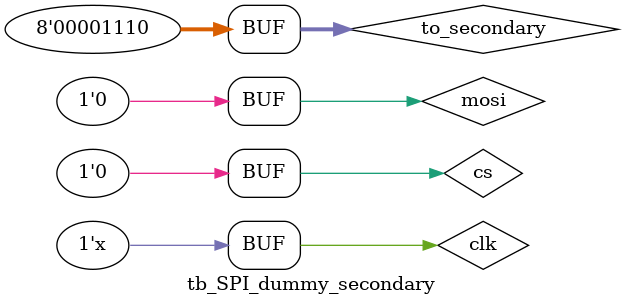
<source format=v>
`timescale 1ns/1ns

/**
 * Testbench for sample SPI secondary module
 */
module tb_SPI_dummy_secondary ();
    wire miso;
    reg clk, mosi, cs;
    reg [7:0] to_secondary, from_secondary;
    localparam  WRITE_CMD = 8'h0A,
                READ_CMD = 8'h0B;

    SPI_dummy_secondary sensor(mosi, miso, clk, cs);

    // Clear registers at the start
    initial begin
        clk <= 1'b0;
        mosi <= 1'b0;
        cs <= 1'b1;
        to_secondary <= 8'h00;
        from_secondary <= 8'h00;
        // Transmit a WRITE command, pull cs low so the sensor knows we're addressing it
        #2 to_secondary <= 8'h0A;
        #2 cs <= 1'b0;
        mosi <= to_secondary[7];
        #2 mosi <= to_secondary[6];
        #2 mosi <= to_secondary[5];
        #2 mosi <= to_secondary[4];
        #2 mosi <= to_secondary[3];
        #2 mosi <= to_secondary[2];
        #2 mosi <= to_secondary[1];
        #2 mosi <= to_secondary[0];
        // WRITE to register 0x2D
        to_secondary <= 8'h2D;
        #2 mosi <= to_secondary[7];
        #2 mosi <= to_secondary[6];
        #2 mosi <= to_secondary[5];
        #2 mosi <= to_secondary[4];
        #2 mosi <= to_secondary[3];
        #2 mosi <= to_secondary[2];
        #2 mosi <= to_secondary[1];
        #2 mosi <= to_secondary[0];
        // WRITE 0x02
        to_secondary <= 8'h02;
        #2 mosi <= to_secondary[7];
        #2 mosi <= to_secondary[6];
        #2 mosi <= to_secondary[5];
        #2 mosi <= to_secondary[4];
        #2 mosi <= to_secondary[3];
        #2 mosi <= to_secondary[2];
        #2 mosi <= to_secondary[1];
        #2 mosi <= to_secondary[0];
        // Pull CS high to terminate interaction
        #2 cs <= 1'b1;
        // Pull CS low again to address sensor. Initiate a READ operation.
        to_secondary <= 8'h0B;
        #4 cs <= 1'b0;
        mosi <= to_secondary[7];
        #2 mosi <= to_secondary[6];
        #2 mosi <= to_secondary[5];
        #2 mosi <= to_secondary[4];
        #2 mosi <= to_secondary[3];
        #2 mosi <= to_secondary[2];
        #2 mosi <= to_secondary[1];
        #2 mosi <= to_secondary[0];
        // Start a burst READ at register 0x0E
        to_secondary <= 8'h0E;
        #2 mosi <= to_secondary[7];
        #2 mosi <= to_secondary[6];
        #2 mosi <= to_secondary[5];
        #2 mosi <= to_secondary[4];
        #2 mosi <= to_secondary[3];
        #2 mosi <= to_secondary[2];
        #2 mosi <= to_secondary[1];
        #2 mosi <= to_secondary[0];
        #2 mosi <= 1'b0;
        #1000;
    end

    always @ (posedge clk) begin
        if (cs == 1'b0)
            from_secondary <= {from_secondary[6:0], miso};
    end

    // Mandatory clock ticking
    always begin
        #1 clk <= ~clk;
    end
endmodule // tb_SPI_dummy_secondary

</source>
